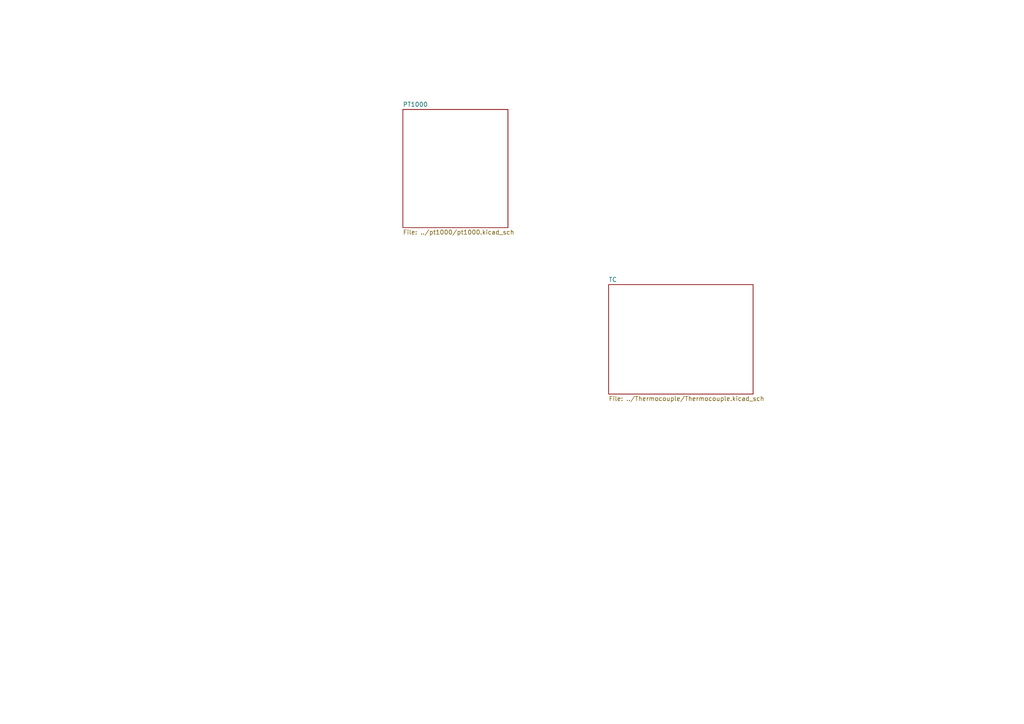
<source format=kicad_sch>
(kicad_sch
	(version 20231120)
	(generator "eeschema")
	(generator_version "8.0")
	(uuid "81662ecb-5aca-469f-be6d-f33d104b4ae6")
	(paper "A4")
	(lib_symbols)
	(sheet
		(at 176.53 82.55)
		(size 41.91 31.75)
		(fields_autoplaced yes)
		(stroke
			(width 0.1524)
			(type solid)
		)
		(fill
			(color 0 0 0 0.0000)
		)
		(uuid "5e246d5c-ed2b-4101-8a2c-2a720bf6beed")
		(property "Sheetname" "TC"
			(at 176.53 81.8384 0)
			(effects
				(font
					(size 1.27 1.27)
				)
				(justify left bottom)
			)
		)
		(property "Sheetfile" "../Thermocouple/Thermocouple.kicad_sch"
			(at 176.53 114.8846 0)
			(effects
				(font
					(size 1.27 1.27)
				)
				(justify left top)
			)
		)
		(instances
			(project "TC_PT1000"
				(path "/81662ecb-5aca-469f-be6d-f33d104b4ae6"
					(page "3")
				)
			)
		)
	)
	(sheet
		(at 116.84 31.75)
		(size 30.48 34.29)
		(fields_autoplaced yes)
		(stroke
			(width 0.1524)
			(type solid)
		)
		(fill
			(color 0 0 0 0.0000)
		)
		(uuid "aab5569b-f686-4de9-a754-a6ba3ac3db23")
		(property "Sheetname" "PT1000"
			(at 116.84 31.0384 0)
			(effects
				(font
					(size 1.27 1.27)
				)
				(justify left bottom)
			)
		)
		(property "Sheetfile" "../pt1000/pt1000.kicad_sch"
			(at 116.84 66.6246 0)
			(effects
				(font
					(size 1.27 1.27)
				)
				(justify left top)
			)
		)
		(instances
			(project "TC_PT1000"
				(path "/81662ecb-5aca-469f-be6d-f33d104b4ae6"
					(page "3")
				)
			)
		)
	)
	(sheet_instances
		(path "/"
			(page "1")
		)
	)
)

</source>
